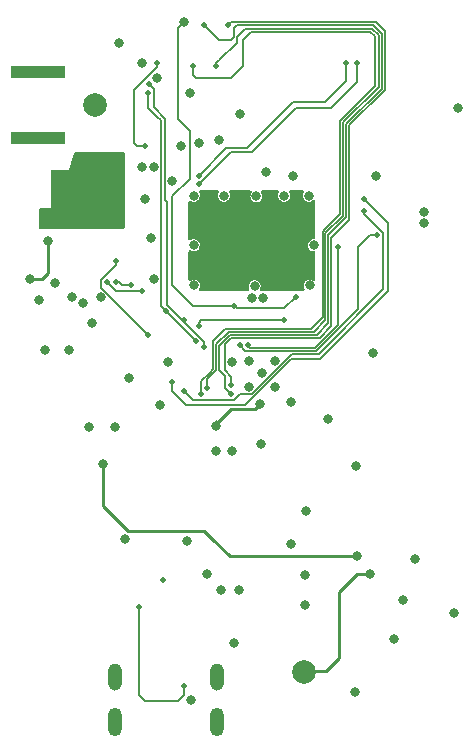
<source format=gbr>
%TF.GenerationSoftware,KiCad,Pcbnew,(6.0.7)*%
%TF.CreationDate,2022-11-29T14:59:17+08:00*%
%TF.ProjectId,Rp2040 wearable dev boards w wireless,52703230-3430-4207-9765-617261626c65,rev?*%
%TF.SameCoordinates,Original*%
%TF.FileFunction,Copper,L4,Bot*%
%TF.FilePolarity,Positive*%
%FSLAX46Y46*%
G04 Gerber Fmt 4.6, Leading zero omitted, Abs format (unit mm)*
G04 Created by KiCad (PCBNEW (6.0.7)) date 2022-11-29 14:59:17*
%MOMM*%
%LPD*%
G01*
G04 APERTURE LIST*
%TA.AperFunction,ComponentPad*%
%ADD10O,1.158000X2.316000*%
%TD*%
%TA.AperFunction,ComponentPad*%
%ADD11O,1.200000X2.400000*%
%TD*%
%TA.AperFunction,SMDPad,CuDef*%
%ADD12R,4.560000X1.000000*%
%TD*%
%TA.AperFunction,SMDPad,CuDef*%
%ADD13C,2.000000*%
%TD*%
%TA.AperFunction,ViaPad*%
%ADD14C,0.800000*%
%TD*%
%TA.AperFunction,ViaPad*%
%ADD15C,0.500000*%
%TD*%
%TA.AperFunction,Conductor*%
%ADD16C,0.250000*%
%TD*%
%TA.AperFunction,Conductor*%
%ADD17C,0.150000*%
%TD*%
G04 APERTURE END LIST*
D10*
%TO.P,J2,S3,SHIELD*%
%TO.N,GND*%
X44956000Y-94675000D03*
%TO.P,J2,S4,SHIELD*%
X53596000Y-94675000D03*
D11*
%TO.P,J2,S5,SHIELD*%
X44956000Y-98500000D03*
%TO.P,J2,S6,SHIELD*%
X53596000Y-98500000D03*
%TD*%
D12*
%TO.P,J6,SH3*%
%TO.N,GND*%
X38428500Y-43490750D03*
%TO.P,J6,SH4*%
X38428500Y-49030750D03*
%TD*%
D13*
%TO.P,TP3,1,1*%
%TO.N,/Antenna*%
X43250000Y-46250000D03*
%TD*%
%TO.P,TP1,1,1*%
%TO.N,/VO*%
X60950000Y-94250000D03*
%TD*%
D14*
%TO.N,/Antenna*%
X43250000Y-46250000D03*
%TO.N,GND*%
X36710000Y-49050000D03*
X61000000Y-88600000D03*
X61750000Y-58150000D03*
X38500000Y-62750000D03*
X51250000Y-45250000D03*
X48250000Y-51500000D03*
X40991091Y-52993372D03*
X43718767Y-62531233D03*
X47500000Y-54250000D03*
X54800000Y-75550000D03*
X45750000Y-83000000D03*
X52750000Y-86000000D03*
X38500000Y-43500000D03*
X74000000Y-46500000D03*
X40250000Y-43500000D03*
X66762750Y-67312750D03*
X38440000Y-49030000D03*
X48500000Y-44000000D03*
X45000000Y-56000000D03*
X56300000Y-70150000D03*
X73600000Y-89250000D03*
X39000000Y-67000000D03*
X65355000Y-76845000D03*
X50500000Y-49750000D03*
X51600000Y-53950000D03*
X49750000Y-52750000D03*
X48700000Y-71700000D03*
X56750000Y-61600000D03*
X69300000Y-88200000D03*
X58500000Y-70150000D03*
X65250000Y-96000000D03*
X54150000Y-53950000D03*
X59850000Y-83400000D03*
X56300000Y-67950000D03*
X62950000Y-72900000D03*
X45250000Y-41000000D03*
X36750000Y-43500000D03*
X55000000Y-91850000D03*
X44000000Y-54750000D03*
X41250000Y-62500000D03*
X41000000Y-67000000D03*
X55500000Y-47000000D03*
X58500000Y-67950000D03*
X45250000Y-51000000D03*
X51600000Y-58150000D03*
X56500000Y-62600000D03*
X56900000Y-54000000D03*
X51650000Y-61550000D03*
X60000000Y-52250000D03*
X57400000Y-69000000D03*
X51000000Y-83150000D03*
X53750000Y-49250000D03*
X59250000Y-53950000D03*
X39000000Y-56000000D03*
X40250000Y-49000000D03*
X61350000Y-53950000D03*
X61400000Y-61550000D03*
X49400000Y-68050000D03*
X57725000Y-51975000D03*
X53500000Y-75550000D03*
D15*
X49000000Y-86500000D03*
D14*
X43000000Y-64750000D03*
X71100000Y-55300000D03*
X57250000Y-75000000D03*
%TO.N,/Vmain*%
X54875500Y-68050000D03*
X57457337Y-62602950D03*
X52000000Y-49500000D03*
X61095000Y-80655000D03*
X44950000Y-73550000D03*
X47250000Y-42750000D03*
X48250500Y-61000000D03*
X53500000Y-73450000D03*
X59810000Y-71400000D03*
X47250000Y-51500000D03*
X42700000Y-73550000D03*
X66990000Y-52260000D03*
X42250000Y-63000000D03*
X71100000Y-56300000D03*
X39875000Y-61375000D03*
X48000000Y-57500000D03*
X57200000Y-71550000D03*
X46125000Y-69375000D03*
%TO.N,/VBUS*%
X70350000Y-84750000D03*
X51375000Y-96625000D03*
X55450000Y-87300000D03*
X68550000Y-91500000D03*
X53900000Y-87300000D03*
X61000000Y-86100000D03*
%TO.N,/VO*%
X60800000Y-94200000D03*
X66500000Y-86000000D03*
%TO.N,/VDD_PA*%
X39250000Y-57750000D03*
X37750000Y-61000000D03*
D15*
%TO.N,/CSN*%
X45000000Y-61250000D03*
X46250000Y-61500000D03*
%TO.N,/SCK*%
X45000000Y-59500000D03*
X47750000Y-65750000D03*
%TO.N,/GPIO 16*%
X52000000Y-53000000D03*
X65450000Y-42750000D03*
%TO.N,/GPIO 17*%
X64500000Y-42750000D03*
X52000000Y-52250000D03*
%TO.N,/IMU SDA {slash} GPIO 18*%
X51750000Y-66250000D03*
X47750000Y-45250000D03*
X49250000Y-63750000D03*
%TO.N,/IMU SCL {slash} GPIO 19*%
X47841329Y-44537011D03*
X52500000Y-66750000D03*
X50750000Y-64500000D03*
%TO.N,/External ADC SDA {slash} GPIO 20*%
X66000000Y-54250000D03*
X49750000Y-69750000D03*
%TO.N,/External ADC SCL {slash} GPIO 21*%
X66000000Y-55250000D03*
X50750000Y-70500000D03*
%TO.N,/ADC 1*%
X54778479Y-70005921D03*
X54500000Y-39500000D03*
%TO.N,/ADC 2*%
X52750000Y-70250000D03*
X53500000Y-43000000D03*
%TO.N,/ADC 3*%
X52500000Y-39500000D03*
X54750000Y-70750000D03*
%TO.N,/ADC 4*%
X51500000Y-43000000D03*
X52250000Y-70750000D03*
%TO.N,/CE*%
X47250000Y-62000000D03*
X44250000Y-61250000D03*
X59250000Y-64500000D03*
X52000000Y-65000000D03*
%TO.N,/SWCLK*%
X56150000Y-66600000D03*
X63800000Y-58300000D03*
%TO.N,/SWD*%
X67150000Y-57300000D03*
X55500000Y-66600000D03*
%TO.N,/AUX_CL*%
X48450000Y-42700000D03*
X47500000Y-49750000D03*
%TO.N,/RUN*%
X55000000Y-63250000D03*
X60250000Y-62500000D03*
D14*
X50750000Y-39250000D03*
D15*
%TO.N,/CC2*%
X47000000Y-88750000D03*
X50750000Y-95500000D03*
D14*
%TO.N,/R18-Power_on*%
X65400000Y-84500000D03*
X43900000Y-76650000D03*
%TD*%
D16*
%TO.N,/Vmain*%
X54750000Y-72000000D02*
X56750000Y-72000000D01*
X53500000Y-73050000D02*
X53500000Y-73450000D01*
X53500000Y-73450000D02*
X53500000Y-73250000D01*
X56750000Y-72000000D02*
X57200000Y-71550000D01*
X53500000Y-73250000D02*
X54750000Y-72000000D01*
%TO.N,/VO*%
X66500000Y-86000000D02*
X65400000Y-86000000D01*
X62800000Y-94200000D02*
X60800000Y-94200000D01*
X63900000Y-87500000D02*
X63900000Y-93100000D01*
X63900000Y-93100000D02*
X62800000Y-94200000D01*
X65400000Y-86000000D02*
X63900000Y-87500000D01*
%TO.N,/VDD_PA*%
X37750000Y-61000000D02*
X38750000Y-61000000D01*
X39250000Y-60500000D02*
X39250000Y-57750000D01*
X38750000Y-61000000D02*
X39250000Y-60500000D01*
D17*
%TO.N,/CSN*%
X45500000Y-61500000D02*
X46250000Y-61500000D01*
X45250000Y-61250000D02*
X45500000Y-61500000D01*
X45000000Y-61250000D02*
X45250000Y-61250000D01*
%TO.N,/SCK*%
X45000000Y-59835319D02*
X43750000Y-61085319D01*
X43750000Y-61085319D02*
X43750000Y-61750000D01*
X43750000Y-61750000D02*
X47750000Y-65750000D01*
X45000000Y-59500000D02*
X45000000Y-59835319D01*
%TO.N,/GPIO 16*%
X52000000Y-53000000D02*
X54750000Y-50250000D01*
X60250000Y-46500000D02*
X63250000Y-46500000D01*
X54750000Y-50250000D02*
X56500000Y-50250000D01*
X56500000Y-50250000D02*
X60250000Y-46500000D01*
X63250000Y-46500000D02*
X65450000Y-44300000D01*
X65450000Y-44300000D02*
X65450000Y-42750000D01*
%TO.N,/GPIO 17*%
X56075000Y-49925000D02*
X60000000Y-46000000D01*
X64500000Y-44250000D02*
X64500000Y-42750000D01*
X54325000Y-49925000D02*
X56075000Y-49925000D01*
X60000000Y-46000000D02*
X62750000Y-46000000D01*
X52000000Y-52250000D02*
X54325000Y-49925000D01*
X62750000Y-46000000D02*
X64500000Y-44250000D01*
%TO.N,/IMU SDA {slash} GPIO 18*%
X48825000Y-54075000D02*
X48825000Y-63325000D01*
X48500000Y-47250000D02*
X48825000Y-47575000D01*
X47750000Y-45250000D02*
X47750000Y-46500000D01*
X48825000Y-47575000D02*
X48825000Y-54075000D01*
X48825000Y-63325000D02*
X51750000Y-66250000D01*
X47750000Y-46500000D02*
X48500000Y-47250000D01*
%TO.N,/IMU SCL {slash} GPIO 19*%
X49339681Y-63175000D02*
X49339681Y-54489681D01*
X49175000Y-47425000D02*
X48220000Y-46470000D01*
X48220000Y-44915682D02*
X47841329Y-44537011D01*
X49175000Y-54325000D02*
X49175000Y-47425000D01*
X52500000Y-66750000D02*
X52500000Y-66335319D01*
X49339681Y-54489681D02*
X49175000Y-54325000D01*
X48220000Y-46470000D02*
X48220000Y-44915682D01*
X52500000Y-66335319D02*
X49339681Y-63175000D01*
%TO.N,/External ADC SDA {slash} GPIO 20*%
X66000000Y-54250000D02*
X68000000Y-56250000D01*
X68000000Y-56250000D02*
X68000000Y-62000000D01*
X59866727Y-67750000D02*
X55916727Y-71700000D01*
X62250000Y-67750000D02*
X59866727Y-67750000D01*
X68000000Y-62000000D02*
X62250000Y-67750000D01*
X50950000Y-71700000D02*
X49750000Y-70500000D01*
X49750000Y-70500000D02*
X49750000Y-69750000D01*
X55916727Y-71700000D02*
X50950000Y-71700000D01*
%TO.N,/External ADC SCL {slash} GPIO 21*%
X66000000Y-55485319D02*
X66000000Y-55250000D01*
X59943173Y-67320000D02*
X62180000Y-67320000D01*
X67620000Y-61880000D02*
X67620000Y-57105319D01*
X62180000Y-67320000D02*
X67620000Y-61880000D01*
X50750000Y-70500000D02*
X51500000Y-71250000D01*
X51500000Y-71250000D02*
X55000000Y-71250000D01*
X56513173Y-70750000D02*
X59943173Y-67320000D01*
X67620000Y-57105319D02*
X66000000Y-55485319D01*
X55500000Y-70750000D02*
X56513173Y-70750000D01*
X55000000Y-71250000D02*
X55500000Y-70750000D01*
%TO.N,/ADC 1*%
X54778479Y-70005921D02*
X54778479Y-69278479D01*
X64750000Y-56000000D02*
X64750000Y-48000000D01*
X67750000Y-40000000D02*
X67000000Y-39250000D01*
X54778479Y-69278479D02*
X54250000Y-68750000D01*
X63250000Y-65000000D02*
X63250000Y-57500000D01*
X54250000Y-66500000D02*
X54750000Y-66000000D01*
X63250000Y-57500000D02*
X64750000Y-56000000D01*
X54750000Y-66000000D02*
X62250000Y-66000000D01*
X62250000Y-66000000D02*
X63250000Y-65000000D01*
X64750000Y-48000000D02*
X67750000Y-45000000D01*
X67000000Y-39250000D02*
X65750000Y-39250000D01*
X54750000Y-39250000D02*
X65750000Y-39250000D01*
X67750000Y-45000000D02*
X67750000Y-40000000D01*
X54250000Y-68750000D02*
X54250000Y-66500000D01*
X54500000Y-39500000D02*
X54750000Y-39250000D01*
X66000000Y-39250000D02*
X65750000Y-39250000D01*
%TO.N,/ADC 2*%
X62750000Y-57146447D02*
X64250000Y-55646447D01*
X53750000Y-42500000D02*
X53500000Y-42750000D01*
X53500000Y-42750000D02*
X53500000Y-43000000D01*
X54542893Y-65500000D02*
X61750000Y-65500000D01*
X61750000Y-65500000D02*
X62750000Y-64500000D01*
X55250000Y-41000000D02*
X53750000Y-42500000D01*
X52750000Y-70250000D02*
X52750000Y-69500000D01*
X62750000Y-64500000D02*
X62750000Y-57146447D01*
X55250000Y-40500000D02*
X55250000Y-41000000D01*
X67250000Y-44750000D02*
X67250000Y-40353554D01*
X55948223Y-39801777D02*
X55250000Y-40500000D01*
X53500000Y-66542892D02*
X54542893Y-65500000D01*
X67250000Y-40353554D02*
X66698223Y-39801777D01*
X53500000Y-68750000D02*
X53500000Y-66542892D01*
X64250000Y-47750000D02*
X67250000Y-44750000D01*
X66698223Y-39801777D02*
X55948223Y-39801777D01*
X64250000Y-55646447D02*
X64250000Y-47750000D01*
X52750000Y-69500000D02*
X53500000Y-68750000D01*
%TO.N,/ADC 3*%
X64500000Y-47896446D02*
X64500000Y-55750000D01*
X54250000Y-70250000D02*
X54750000Y-70750000D01*
X53750000Y-68750000D02*
X54250000Y-69250000D01*
X67500000Y-40250000D02*
X67500000Y-44896446D01*
X54646446Y-65750000D02*
X53750000Y-66646446D01*
X54250000Y-69250000D02*
X54250000Y-70250000D01*
X64500000Y-55750000D02*
X63000000Y-57250000D01*
X53750000Y-40750000D02*
X54750000Y-40750000D01*
X66750000Y-39500000D02*
X67500000Y-40250000D01*
X54750000Y-40750000D02*
X55000000Y-40500000D01*
X67500000Y-44896446D02*
X64500000Y-47896446D01*
X53750000Y-66646446D02*
X53750000Y-68750000D01*
X55000000Y-39750000D02*
X55250000Y-39500000D01*
X55250000Y-39500000D02*
X66750000Y-39500000D01*
X62000000Y-65750000D02*
X54646446Y-65750000D01*
X52500000Y-39500000D02*
X53750000Y-40750000D01*
X63000000Y-64750000D02*
X62000000Y-65750000D01*
X55000000Y-40500000D02*
X55000000Y-39750000D01*
X63000000Y-57250000D02*
X63000000Y-64750000D01*
%TO.N,/ADC 4*%
X64000000Y-47646446D02*
X66948223Y-44698223D01*
X52250000Y-69646446D02*
X52948223Y-68948223D01*
X62500000Y-64250000D02*
X62500000Y-57000000D01*
X51750000Y-44000000D02*
X51500000Y-43750000D01*
X66500000Y-40051777D02*
X56448223Y-40051777D01*
X52948223Y-68948223D02*
X53250000Y-68646446D01*
X56448223Y-40051777D02*
X55750000Y-40750000D01*
X53000000Y-44000000D02*
X51750000Y-44000000D01*
X55750000Y-40750000D02*
X55750000Y-43000000D01*
X53250000Y-66250000D02*
X54250000Y-65250000D01*
X61500000Y-65250000D02*
X62500000Y-64250000D01*
X51500000Y-43750000D02*
X51500000Y-43000000D01*
X62750000Y-56750000D02*
X64000000Y-55500000D01*
X66948223Y-44698223D02*
X66948223Y-40448223D01*
X64000000Y-55500000D02*
X64000000Y-47750000D01*
X52250000Y-70750000D02*
X52250000Y-69646446D01*
X54750000Y-44000000D02*
X53000000Y-44000000D01*
X55750000Y-43000000D02*
X54750000Y-44000000D01*
X54250000Y-65250000D02*
X61500000Y-65250000D01*
X53250000Y-68646446D02*
X53250000Y-66250000D01*
X64000000Y-47750000D02*
X64000000Y-47646446D01*
X66948223Y-40448223D02*
X66551777Y-40051777D01*
X66551777Y-40051777D02*
X66500000Y-40051777D01*
X62500000Y-57000000D02*
X62750000Y-56750000D01*
%TO.N,/CE*%
X52000000Y-64750000D02*
X52000000Y-65000000D01*
X52250000Y-64500000D02*
X52000000Y-64750000D01*
X47250000Y-62000000D02*
X45000000Y-62000000D01*
X45000000Y-62000000D02*
X44250000Y-61250000D01*
X59250000Y-64500000D02*
X52250000Y-64500000D01*
%TO.N,/SWCLK*%
X63800000Y-58300000D02*
X63800000Y-64896446D01*
X63800000Y-64896446D02*
X61876446Y-66820000D01*
X56370000Y-66820000D02*
X61876446Y-66820000D01*
X56150000Y-66600000D02*
X56370000Y-66820000D01*
%TO.N,/SWD*%
X55500000Y-66614681D02*
X55500000Y-66600000D01*
X55955319Y-67070000D02*
X55500000Y-66614681D01*
X66500000Y-57300000D02*
X65500000Y-58300000D01*
X67150000Y-57300000D02*
X66500000Y-57300000D01*
X65500000Y-63550000D02*
X61980000Y-67070000D01*
X65500000Y-58300000D02*
X65500000Y-63550000D01*
X61980000Y-67070000D02*
X55955319Y-67070000D01*
%TO.N,/AUX_CL*%
X46500000Y-49500000D02*
X46750000Y-49750000D01*
X48450000Y-42700000D02*
X48450000Y-43050000D01*
X46500000Y-45000000D02*
X46500000Y-49500000D01*
X46750000Y-49750000D02*
X47500000Y-49750000D01*
X48450000Y-43050000D02*
X46500000Y-45000000D01*
%TO.N,/RUN*%
X50250000Y-39750000D02*
X50250000Y-47500000D01*
X49750000Y-54000000D02*
X49750000Y-61500000D01*
X49750000Y-61500000D02*
X50750000Y-62500000D01*
X59250000Y-63500000D02*
X55250000Y-63500000D01*
X51500000Y-63250000D02*
X55000000Y-63250000D01*
X51250000Y-50500000D02*
X51250000Y-52500000D01*
X50250000Y-47500000D02*
X51250000Y-48500000D01*
X60250000Y-62500000D02*
X59250000Y-63500000D01*
X51250000Y-48500000D02*
X51250000Y-50500000D01*
X50750000Y-62500000D02*
X51500000Y-63250000D01*
X51250000Y-52500000D02*
X49750000Y-54000000D01*
X50750000Y-39250000D02*
X50250000Y-39750000D01*
X55250000Y-63500000D02*
X55000000Y-63250000D01*
%TO.N,/CC2*%
X47000000Y-96250000D02*
X47500000Y-96750000D01*
X47500000Y-96750000D02*
X50250000Y-96750000D01*
X47000000Y-88750000D02*
X47000000Y-96250000D01*
X50250000Y-96750000D02*
X50750000Y-96250000D01*
X50750000Y-96250000D02*
X50750000Y-95500000D01*
D16*
%TO.N,/R18-Power_on*%
X43900000Y-80200000D02*
X43900000Y-76650000D01*
X54650000Y-84500000D02*
X53150000Y-83000000D01*
X46000000Y-82300000D02*
X43900000Y-80200000D01*
X65400000Y-84500000D02*
X54650000Y-84500000D01*
X53150000Y-83000000D02*
X52450000Y-82300000D01*
X52450000Y-82300000D02*
X46000000Y-82300000D01*
%TD*%
%TA.AperFunction,NonConductor*%
G36*
X53678081Y-53520002D02*
G01*
X53724574Y-53573658D01*
X53734678Y-53643932D01*
X53724015Y-53679548D01*
X53666447Y-53802163D01*
X53644391Y-53943823D01*
X53645555Y-53952725D01*
X53645555Y-53952728D01*
X53646814Y-53962354D01*
X53662980Y-54085979D01*
X53666597Y-54094199D01*
X53692793Y-54153733D01*
X53720720Y-54217203D01*
X53726497Y-54224076D01*
X53726498Y-54224077D01*
X53784917Y-54293575D01*
X53812970Y-54326948D01*
X53932313Y-54406390D01*
X54069157Y-54449142D01*
X54078129Y-54449306D01*
X54078132Y-54449307D01*
X54143463Y-54450504D01*
X54212499Y-54451770D01*
X54221533Y-54449307D01*
X54342158Y-54416421D01*
X54342160Y-54416420D01*
X54350817Y-54414060D01*
X54472991Y-54339045D01*
X54480583Y-54330658D01*
X54563178Y-54239407D01*
X54569200Y-54232754D01*
X54611774Y-54144881D01*
X54627795Y-54111814D01*
X54627795Y-54111813D01*
X54631710Y-54103733D01*
X54655496Y-53962354D01*
X54655647Y-53950000D01*
X54643756Y-53866968D01*
X54636596Y-53816968D01*
X54636595Y-53816965D01*
X54635323Y-53808082D01*
X54576247Y-53678150D01*
X54566261Y-53607861D01*
X54595861Y-53543329D01*
X54655651Y-53505045D01*
X54690948Y-53500000D01*
X56394399Y-53500000D01*
X56462520Y-53520002D01*
X56509013Y-53573658D01*
X56519117Y-53643932D01*
X56488842Y-53709406D01*
X56477377Y-53722388D01*
X56416447Y-53852163D01*
X56415066Y-53861035D01*
X56399291Y-53962354D01*
X56394391Y-53993823D01*
X56395555Y-54002725D01*
X56395555Y-54002728D01*
X56396814Y-54012354D01*
X56412980Y-54135979D01*
X56470720Y-54267203D01*
X56476497Y-54274076D01*
X56476498Y-54274077D01*
X56557190Y-54370072D01*
X56562970Y-54376948D01*
X56570447Y-54381925D01*
X56671425Y-54449142D01*
X56682313Y-54456390D01*
X56819157Y-54499142D01*
X56828129Y-54499306D01*
X56828132Y-54499307D01*
X56893463Y-54500504D01*
X56962499Y-54501770D01*
X56971533Y-54499307D01*
X57092158Y-54466421D01*
X57092160Y-54466420D01*
X57100817Y-54464060D01*
X57222991Y-54389045D01*
X57319200Y-54282754D01*
X57381710Y-54153733D01*
X57405496Y-54012354D01*
X57405647Y-54000000D01*
X57396331Y-53934950D01*
X57386596Y-53866968D01*
X57386595Y-53866965D01*
X57385323Y-53858082D01*
X57325984Y-53727572D01*
X57309334Y-53708249D01*
X57280019Y-53643587D01*
X57290318Y-53573341D01*
X57336959Y-53519814D01*
X57404786Y-53500000D01*
X58709960Y-53500000D01*
X58778081Y-53520002D01*
X58824574Y-53573658D01*
X58834678Y-53643932D01*
X58824015Y-53679548D01*
X58766447Y-53802163D01*
X58744391Y-53943823D01*
X58745555Y-53952725D01*
X58745555Y-53952728D01*
X58746814Y-53962354D01*
X58762980Y-54085979D01*
X58766597Y-54094199D01*
X58792793Y-54153733D01*
X58820720Y-54217203D01*
X58826497Y-54224076D01*
X58826498Y-54224077D01*
X58884917Y-54293575D01*
X58912970Y-54326948D01*
X59032313Y-54406390D01*
X59169157Y-54449142D01*
X59178129Y-54449306D01*
X59178132Y-54449307D01*
X59243463Y-54450504D01*
X59312499Y-54451770D01*
X59321533Y-54449307D01*
X59442158Y-54416421D01*
X59442160Y-54416420D01*
X59450817Y-54414060D01*
X59572991Y-54339045D01*
X59580583Y-54330658D01*
X59663178Y-54239407D01*
X59669200Y-54232754D01*
X59711774Y-54144881D01*
X59727795Y-54111814D01*
X59727795Y-54111813D01*
X59731710Y-54103733D01*
X59755496Y-53962354D01*
X59755647Y-53950000D01*
X59743756Y-53866968D01*
X59736596Y-53816968D01*
X59736595Y-53816965D01*
X59735323Y-53808082D01*
X59676247Y-53678150D01*
X59666261Y-53607861D01*
X59695861Y-53543329D01*
X59755651Y-53505045D01*
X59790948Y-53500000D01*
X60809960Y-53500000D01*
X60878081Y-53520002D01*
X60924574Y-53573658D01*
X60934678Y-53643932D01*
X60924015Y-53679548D01*
X60866447Y-53802163D01*
X60844391Y-53943823D01*
X60845555Y-53952725D01*
X60845555Y-53952728D01*
X60846814Y-53962354D01*
X60862980Y-54085979D01*
X60866597Y-54094199D01*
X60892793Y-54153733D01*
X60920720Y-54217203D01*
X60926497Y-54224076D01*
X60926498Y-54224077D01*
X60984917Y-54293575D01*
X61012970Y-54326948D01*
X61132313Y-54406390D01*
X61269157Y-54449142D01*
X61278129Y-54449306D01*
X61278132Y-54449307D01*
X61343463Y-54450504D01*
X61412499Y-54451770D01*
X61421533Y-54449307D01*
X61542158Y-54416421D01*
X61542160Y-54416420D01*
X61550817Y-54414060D01*
X61672991Y-54339045D01*
X61679436Y-54331925D01*
X61680583Y-54330658D01*
X61682560Y-54329447D01*
X61685923Y-54326655D01*
X61686326Y-54327140D01*
X61741125Y-54293575D01*
X61812105Y-54295111D01*
X61870987Y-54334778D01*
X61899076Y-54399982D01*
X61900000Y-54415211D01*
X61900000Y-57523594D01*
X61879998Y-57591715D01*
X61826342Y-57638208D01*
X61773230Y-57649592D01*
X61721764Y-57649278D01*
X61681376Y-57649031D01*
X61543529Y-57688428D01*
X61422280Y-57764930D01*
X61327377Y-57872388D01*
X61266447Y-58002163D01*
X61244391Y-58143823D01*
X61245555Y-58152725D01*
X61245555Y-58152728D01*
X61246814Y-58162354D01*
X61262980Y-58285979D01*
X61320720Y-58417203D01*
X61326497Y-58424076D01*
X61326498Y-58424077D01*
X61333792Y-58432754D01*
X61412970Y-58526948D01*
X61532313Y-58606390D01*
X61669157Y-58649142D01*
X61678130Y-58649307D01*
X61678133Y-58649307D01*
X61776310Y-58651107D01*
X61844053Y-58672355D01*
X61889554Y-58726854D01*
X61900000Y-58777086D01*
X61900000Y-61045775D01*
X61879998Y-61113896D01*
X61826342Y-61160389D01*
X61756068Y-61170493D01*
X61705471Y-61151509D01*
X61612095Y-61090985D01*
X61474739Y-61049907D01*
X61465763Y-61049852D01*
X61465762Y-61049852D01*
X61405555Y-61049484D01*
X61331376Y-61049031D01*
X61193529Y-61088428D01*
X61072280Y-61164930D01*
X61066338Y-61171658D01*
X61066337Y-61171659D01*
X61028122Y-61214930D01*
X60977377Y-61272388D01*
X60916447Y-61402163D01*
X60894391Y-61543823D01*
X60895555Y-61552725D01*
X60895555Y-61552728D01*
X60896814Y-61562354D01*
X60912980Y-61685979D01*
X60949605Y-61769215D01*
X60970720Y-61817203D01*
X60969054Y-61817936D01*
X60985144Y-61875825D01*
X60964157Y-61943649D01*
X60909833Y-61989360D01*
X60859157Y-62000000D01*
X57313450Y-62000000D01*
X57245329Y-61979998D01*
X57198836Y-61926342D01*
X57188732Y-61856068D01*
X57200058Y-61819062D01*
X57231710Y-61753733D01*
X57255496Y-61612354D01*
X57255647Y-61600000D01*
X57235323Y-61458082D01*
X57175984Y-61327572D01*
X57122636Y-61265659D01*
X57088260Y-61225763D01*
X57088257Y-61225760D01*
X57082400Y-61218963D01*
X56962095Y-61140985D01*
X56824739Y-61099907D01*
X56815763Y-61099852D01*
X56815762Y-61099852D01*
X56755555Y-61099484D01*
X56681376Y-61099031D01*
X56543529Y-61138428D01*
X56422280Y-61214930D01*
X56327377Y-61322388D01*
X56266447Y-61452163D01*
X56265066Y-61461035D01*
X56249291Y-61562354D01*
X56244391Y-61593823D01*
X56245555Y-61602725D01*
X56245555Y-61602728D01*
X56246814Y-61612354D01*
X56262980Y-61735979D01*
X56266597Y-61744199D01*
X56301382Y-61823254D01*
X56310510Y-61893661D01*
X56280123Y-61957826D01*
X56219870Y-61995377D01*
X56186053Y-62000000D01*
X52189226Y-62000000D01*
X52121105Y-61979998D01*
X52074612Y-61926342D01*
X52064508Y-61856068D01*
X52075834Y-61819062D01*
X52127795Y-61711814D01*
X52127795Y-61711813D01*
X52131710Y-61703733D01*
X52155496Y-61562354D01*
X52155647Y-61550000D01*
X52143756Y-61466968D01*
X52136596Y-61416968D01*
X52136595Y-61416965D01*
X52135323Y-61408082D01*
X52075984Y-61277572D01*
X52057598Y-61256234D01*
X51988260Y-61175763D01*
X51988257Y-61175760D01*
X51982400Y-61168963D01*
X51862095Y-61090985D01*
X51724739Y-61049907D01*
X51715763Y-61049852D01*
X51715762Y-61049852D01*
X51655555Y-61049484D01*
X51581376Y-61049031D01*
X51443529Y-61088428D01*
X51426724Y-61099031D01*
X51343235Y-61151708D01*
X51274950Y-61171142D01*
X51206998Y-61150572D01*
X51160954Y-61096531D01*
X51150000Y-61045146D01*
X51150000Y-58686984D01*
X51170002Y-58618863D01*
X51223658Y-58572370D01*
X51293932Y-58562266D01*
X51345816Y-58582096D01*
X51382313Y-58606390D01*
X51519157Y-58649142D01*
X51528129Y-58649306D01*
X51528132Y-58649307D01*
X51593463Y-58650504D01*
X51662499Y-58651770D01*
X51671533Y-58649307D01*
X51792158Y-58616421D01*
X51792160Y-58616420D01*
X51800817Y-58614060D01*
X51922991Y-58539045D01*
X52019200Y-58432754D01*
X52081710Y-58303733D01*
X52105496Y-58162354D01*
X52105647Y-58150000D01*
X52085323Y-58008082D01*
X52025984Y-57877572D01*
X52007598Y-57856234D01*
X51938260Y-57775763D01*
X51938257Y-57775760D01*
X51932400Y-57768963D01*
X51812095Y-57690985D01*
X51674739Y-57649907D01*
X51665763Y-57649852D01*
X51665762Y-57649852D01*
X51605555Y-57649484D01*
X51531376Y-57649031D01*
X51393529Y-57688428D01*
X51345034Y-57719026D01*
X51343235Y-57720161D01*
X51274950Y-57739595D01*
X51206998Y-57719026D01*
X51160954Y-57664985D01*
X51150000Y-57613599D01*
X51150000Y-54486984D01*
X51170002Y-54418863D01*
X51223658Y-54372370D01*
X51293932Y-54362266D01*
X51345816Y-54382096D01*
X51382313Y-54406390D01*
X51519157Y-54449142D01*
X51528129Y-54449306D01*
X51528132Y-54449307D01*
X51593463Y-54450504D01*
X51662499Y-54451770D01*
X51671533Y-54449307D01*
X51792158Y-54416421D01*
X51792160Y-54416420D01*
X51800817Y-54414060D01*
X51922991Y-54339045D01*
X51930583Y-54330658D01*
X52013178Y-54239407D01*
X52019200Y-54232754D01*
X52061774Y-54144881D01*
X52077795Y-54111814D01*
X52077795Y-54111813D01*
X52081710Y-54103733D01*
X52105496Y-53962354D01*
X52105647Y-53950000D01*
X52093756Y-53866968D01*
X52086596Y-53816968D01*
X52086595Y-53816965D01*
X52085323Y-53808082D01*
X52026247Y-53678150D01*
X52016261Y-53607861D01*
X52045861Y-53543329D01*
X52105651Y-53505045D01*
X52140948Y-53500000D01*
X53609960Y-53500000D01*
X53678081Y-53520002D01*
G37*
%TD.AperFunction*%
%TA.AperFunction,Conductor*%
%TO.N,GND*%
G36*
X45692121Y-50270002D02*
G01*
X45738614Y-50323658D01*
X45750000Y-50376000D01*
X45750000Y-56624000D01*
X45729998Y-56692121D01*
X45676342Y-56738614D01*
X45624000Y-56750000D01*
X38626000Y-56750000D01*
X38557879Y-56729998D01*
X38511386Y-56676342D01*
X38500000Y-56624000D01*
X38500000Y-55126000D01*
X38520002Y-55057879D01*
X38573658Y-55011386D01*
X38626000Y-55000000D01*
X39500000Y-55000000D01*
X39500000Y-51876000D01*
X39520002Y-51807879D01*
X39573658Y-51761386D01*
X39626000Y-51750000D01*
X41000000Y-51750000D01*
X41471282Y-50336155D01*
X41511799Y-50277855D01*
X41577404Y-50250716D01*
X41590816Y-50250000D01*
X45624000Y-50250000D01*
X45692121Y-50270002D01*
G37*
%TD.AperFunction*%
%TD*%
M02*

</source>
